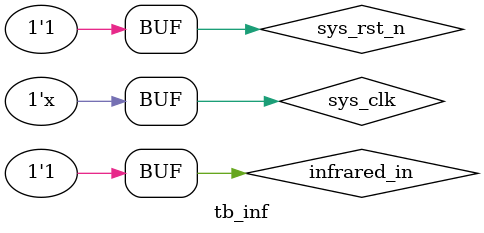
<source format=v>
`timescale  1ns/1ns

module  tb_inf();

//********************************************************************//
//****************** Parameter and Internal Signal *******************//
//********************************************************************//

//wire  define
wire         led    ;
wire         stcp   ;
wire         shcp   ;
wire         ds     ;
wire         oe     ;

//reg   define
reg     sys_clk     ;
reg     sys_rst_n   ;
reg     infrared_in ;

//********************************************************************//
//***************************** Main Code ****************************//
//********************************************************************//

//对sys_clk,sys_rst_n,infrared_in赋值
initial
    begin
        sys_clk     =   1'b1;
        sys_rst_n   <=  1'b0;
        infrared_in <=  1'b1;
        #100
        sys_rst_n   <=  1'b1;
//引导码
        #1000
        infrared_in <=  1'b0; #9000000
        infrared_in <=  1'b1; #4500000
//地址码（发送地址码8’h99）
//数据1
        infrared_in <=  1'b0; #560000
        infrared_in <=  1'b1; #1690000
//数据0
        infrared_in <=  1'b0; #560000
        infrared_in <=  1'b1; #560000
//数据0
        infrared_in <=  1'b0; #560000
        infrared_in <=  1'b1; #560000
//数据1
        infrared_in <=  1'b0; #560000
        infrared_in <=  1'b1; #1690000
//数据1
        infrared_in <=  1'b0; #560000
        infrared_in <=  1'b1; #1690000
//数据0
        infrared_in <=  1'b0; #560000
        infrared_in <=  1'b1; #560000
//数据0
        infrared_in <=  1'b0; #560000
        infrared_in <=  1'b1; #560000
//数据1
        infrared_in <=  1'b0; #560000
        infrared_in <=  1'b1; #1690000
//地址反码（地址反码为8’h66）
//数据0
        infrared_in <=  1'b0; #560000
        infrared_in <=  1'b1; #560000
//数据1
        infrared_in <=  1'b0; #560000
        infrared_in <=  1'b1; #1690000
//数据1
        infrared_in <=  1'b0; #560000
        infrared_in <=  1'b1; #1690000
//数据0
        infrared_in <=  1'b0; #560000
        infrared_in <=  1'b1; #560000
//数据0
        infrared_in <=  1'b0; #560000
        infrared_in <=  1'b1; #560000
//数据1
        infrared_in <=  1'b0; #560000
        infrared_in <=  1'b1; #1690000
//数据1
        infrared_in <=  1'b0; #560000
        infrared_in <=  1'b1; #1690000
//数据0
        infrared_in <=  1'b0; #560000
        infrared_in <=  1'b1; #560000
//数据码（发送数据码8’h22）
//数据0
        infrared_in <=  1'b0; #560000
        infrared_in <=  1'b1; #560000
//数据1
        infrared_in <=  1'b0; #560000
        infrared_in <=  1'b1; #1690000
//数据0
        infrared_in <=  1'b0; #560000
        infrared_in <=  1'b1; #560000
//数据0
        infrared_in <=  1'b0; #560000
        infrared_in <=  1'b1; #560000
//数据0
        infrared_in <=  1'b0; #560000
        infrared_in <=  1'b1; #560000
//数据1
        infrared_in <=  1'b0; #560000
        infrared_in <=  1'b1; #1690000
//数据0
        infrared_in <=  1'b0; #560000
        infrared_in <=  1'b1; #560000
//数据0
        infrared_in <=  1'b0; #560000
        infrared_in <=  1'b1; #560000
//数据反码（数据反码为8’hdd）
//数据1
        infrared_in <=  1'b0; #560000
        infrared_in <=  1'b1; #1690000
//数据0
        infrared_in <=  1'b0; #560000
        infrared_in <=  1'b1; #560000
//数据1
        infrared_in <=  1'b0; #560000
        infrared_in <=  1'b1; #1690000
//数据1
        infrared_in <=  1'b0; #560000
        infrared_in <=  1'b1; #1690000
//数据1
        infrared_in <=  1'b0; #560000
        infrared_in <=  1'b1; #1690000
//数据0
        infrared_in <=  1'b0; #560000
        infrared_in <=  1'b1; #560000
//数据1
        infrared_in <=  1'b0; #560000
        infrared_in <=  1'b1; #1690000
//数据1
        infrared_in <=  1'b0; #560000
        infrared_in <=  1'b1; #1690000
//重复码
        infrared_in <=  1'b0; #560000
        infrared_in <=  1'b1; #42000000
        infrared_in <=  1'b0; #9000000
        infrared_in <=  1'b1; #2250000
        infrared_in <=  1'b0; #560000
        infrared_in <=  1'b1;
    end

//clk:产生时钟
always  #20 sys_clk <=  ~sys_clk;

//********************************************************************//
//*************************** Instantiation **************************//
//********************************************************************//

/* top_infrared_rcv    top_infrared_rcv_inst
(
    .sys_clk     (sys_clk    ),   //系统时钟，频率50MHz
    .sys_rst_n   (sys_rst_n  ),   //复位信号，低电平有效
    .infrared_in (infrared_in),   //红外接收信号
    
    .stcp        (stcp       ),   //输出数据存储寄时钟
    .shcp        (shcp       ),   //移位寄存器的时钟输入
    .ds          (ds         ),   //串行数据输入
    .oe          (oe         ),   //输出使能信号
    .led         (led        )    //led灯控制信号

); */


inf_control
#(
    .C_DST_IMG_WIDTH_STEP (11'd40  ),
    .C_DST_IMG_HEIGHT_STEP(11'd15  ),
    .C_DST_IMG_WIDTH_MAX  (11'd1600),
    .C_DST_IMG_HEIGHT_MAX (11'd900 ),
    .C_DST_IMG_WIDTH_MIN  (11'd800 ),
    .C_DST_IMG_HEIGHT_MIN (11'd600 )
)inst1
(
    .clk       (sys_clk),
    .rst_n     (sys_rst_n),
    .inf_in    (infrared_in),
       
    .c_dst_img_width  (),//赋初值
    .c_dst_img_height (),//赋初值
    .repeat_led       (),
    .state            (), //赋初值
    .beep             () //低电平有效
);


endmodule

</source>
